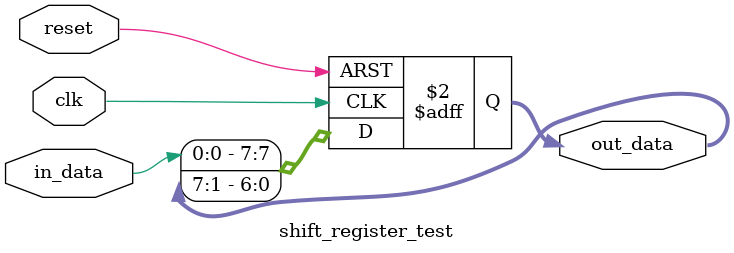
<source format=sv>
`timescale 1ns / 1ps

module button_detector_test #(
    parameter int DIV = 2    // 샘플 간격: 매 DIV개의 fclk마다 1틱 샘플(1이면 매 프레임)
)(
    input  logic fclk,        // ← 여기로 fclk 연결
    input  logic reset,
    input  logic in_button,
    output logic rising_edge
);
    // 분주 → 1틱 샘플 펄스
    logic        sample_pulse;
    logic [7:0]  div_counter; // DIV가 작으니 8비트면 충분

    always_ff @(posedge fclk or posedge reset) begin
        if (reset) begin
            div_counter  <= '0;
            sample_pulse <= 1'b0;
        end else begin
            if (div_counter == DIV-1) begin
                div_counter  <= '0;
                sample_pulse <= 1'b1;
            end else begin
                div_counter  <= div_counter + 1;
                sample_pulse <= 1'b0;
            end
        end
    end

    // 8탭 쉬프트(디바운스용) — 기존 모듈 그대로 사용
    logic [7:0] sh_reg;
    shift_register_test U_Shift_Register (
        .clk     (sample_pulse), // 1틱 펄스를 클럭으로 사용(원래 구조 유지)
        .reset   (reset),
        .in_data (in_button),
        .out_data(sh_reg)
    );

    // 8샘플 모두 1일 때 눌림 확정
    wire debounce = &sh_reg;

    // 에지 검출은 fclk 도메인에서 1틱 펄스
    logic [1:0] edge_reg;
    always_ff @(posedge fclk or posedge reset) begin
        if (reset) edge_reg <= '0;
        else begin
            edge_reg[0] <= debounce;
            edge_reg[1] <= edge_reg[0];
        end
    end

    assign rising_edge = edge_reg[0] & ~edge_reg[1];

endmodule




module shift_register_test (
    input  logic       clk,
    input  logic       reset,
    input  logic       in_data,
    output logic [7:0] out_data
);
    always_ff @(posedge clk, posedge reset) begin
        if (reset) begin
            out_data <= 0;
        end else begin
            out_data <= {in_data, out_data[7:1]};  // right shift
            //out_data <= {out_data[6:0], in_data}; // left shift
        end
    end
endmodule

</source>
